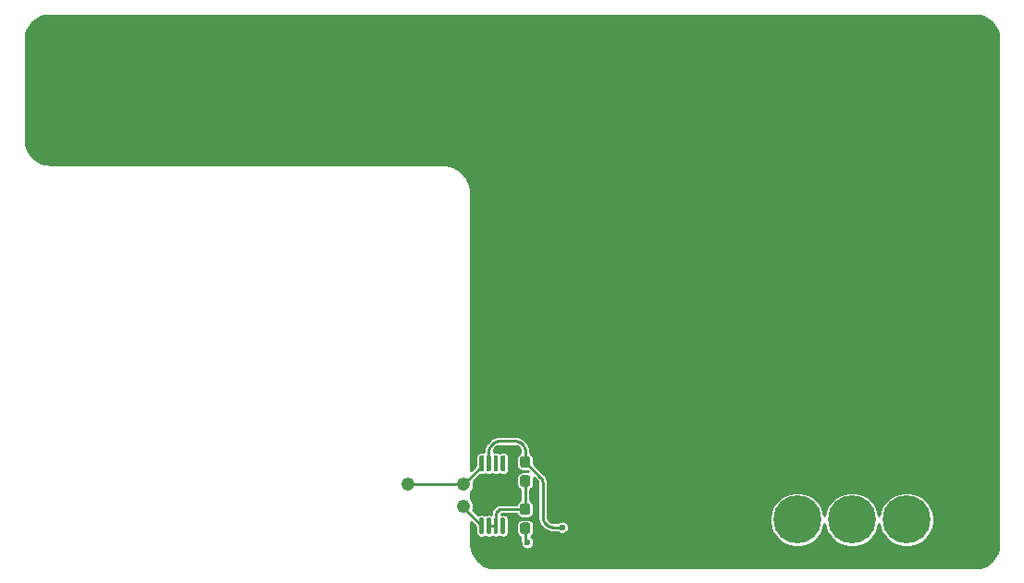
<source format=gbl>
G04 #@! TF.GenerationSoftware,KiCad,Pcbnew,(5.1.6)-1*
G04 #@! TF.CreationDate,2020-11-05T16:36:13+07:00*
G04 #@! TF.ProjectId,business card,62757369-6e65-4737-9320-636172642e6b,rev?*
G04 #@! TF.SameCoordinates,Original*
G04 #@! TF.FileFunction,Copper,L2,Bot*
G04 #@! TF.FilePolarity,Positive*
%FSLAX46Y46*%
G04 Gerber Fmt 4.6, Leading zero omitted, Abs format (unit mm)*
G04 Created by KiCad (PCBNEW (5.1.6)-1) date 2020-11-05 16:36:13*
%MOMM*%
%LPD*%
G01*
G04 APERTURE LIST*
G04 #@! TA.AperFunction,ComponentPad*
%ADD10C,0.700000*%
G04 #@! TD*
G04 #@! TA.AperFunction,ComponentPad*
%ADD11C,4.400000*%
G04 #@! TD*
G04 #@! TA.AperFunction,ViaPad*
%ADD12C,1.209040*%
G04 #@! TD*
G04 #@! TA.AperFunction,ViaPad*
%ADD13C,0.600000*%
G04 #@! TD*
G04 #@! TA.AperFunction,Conductor*
%ADD14C,0.250000*%
G04 #@! TD*
G04 #@! TA.AperFunction,NonConductor*
%ADD15C,0.254000*%
G04 #@! TD*
G04 APERTURE END LIST*
D10*
X143966726Y-101183274D03*
X142800000Y-100700000D03*
X141633274Y-101183274D03*
X141150000Y-102350000D03*
X141633274Y-103516726D03*
X142800000Y-104000000D03*
X143966726Y-103516726D03*
X144450000Y-102350000D03*
D11*
X142800000Y-102350000D03*
X147800000Y-102350000D03*
D10*
X149450000Y-102350000D03*
X148966726Y-103516726D03*
X147800000Y-104000000D03*
X146633274Y-103516726D03*
X146150000Y-102350000D03*
X146633274Y-101183274D03*
X147800000Y-100700000D03*
X148966726Y-101183274D03*
X153966726Y-101183274D03*
X152800000Y-100700000D03*
X151633274Y-101183274D03*
X151150000Y-102350000D03*
X151633274Y-103516726D03*
X152800000Y-104000000D03*
X153966726Y-103516726D03*
X154450000Y-102350000D03*
D11*
X152800000Y-102350000D03*
G04 #@! TA.AperFunction,SMDPad,CuDef*
G36*
G01*
X113825000Y-102175000D02*
X114025000Y-102175000D01*
G75*
G02*
X114125000Y-102275000I0J-100000D01*
G01*
X114125000Y-103550000D01*
G75*
G02*
X114025000Y-103650000I-100000J0D01*
G01*
X113825000Y-103650000D01*
G75*
G02*
X113725000Y-103550000I0J100000D01*
G01*
X113725000Y-102275000D01*
G75*
G02*
X113825000Y-102175000I100000J0D01*
G01*
G37*
G04 #@! TD.AperFunction*
G04 #@! TA.AperFunction,SMDPad,CuDef*
G36*
G01*
X114475000Y-102175000D02*
X114675000Y-102175000D01*
G75*
G02*
X114775000Y-102275000I0J-100000D01*
G01*
X114775000Y-103550000D01*
G75*
G02*
X114675000Y-103650000I-100000J0D01*
G01*
X114475000Y-103650000D01*
G75*
G02*
X114375000Y-103550000I0J100000D01*
G01*
X114375000Y-102275000D01*
G75*
G02*
X114475000Y-102175000I100000J0D01*
G01*
G37*
G04 #@! TD.AperFunction*
G04 #@! TA.AperFunction,SMDPad,CuDef*
G36*
G01*
X115125000Y-102175000D02*
X115325000Y-102175000D01*
G75*
G02*
X115425000Y-102275000I0J-100000D01*
G01*
X115425000Y-103550000D01*
G75*
G02*
X115325000Y-103650000I-100000J0D01*
G01*
X115125000Y-103650000D01*
G75*
G02*
X115025000Y-103550000I0J100000D01*
G01*
X115025000Y-102275000D01*
G75*
G02*
X115125000Y-102175000I100000J0D01*
G01*
G37*
G04 #@! TD.AperFunction*
G04 #@! TA.AperFunction,SMDPad,CuDef*
G36*
G01*
X115775000Y-102175000D02*
X115975000Y-102175000D01*
G75*
G02*
X116075000Y-102275000I0J-100000D01*
G01*
X116075000Y-103550000D01*
G75*
G02*
X115975000Y-103650000I-100000J0D01*
G01*
X115775000Y-103650000D01*
G75*
G02*
X115675000Y-103550000I0J100000D01*
G01*
X115675000Y-102275000D01*
G75*
G02*
X115775000Y-102175000I100000J0D01*
G01*
G37*
G04 #@! TD.AperFunction*
G04 #@! TA.AperFunction,SMDPad,CuDef*
G36*
G01*
X115775000Y-96450000D02*
X115975000Y-96450000D01*
G75*
G02*
X116075000Y-96550000I0J-100000D01*
G01*
X116075000Y-97825000D01*
G75*
G02*
X115975000Y-97925000I-100000J0D01*
G01*
X115775000Y-97925000D01*
G75*
G02*
X115675000Y-97825000I0J100000D01*
G01*
X115675000Y-96550000D01*
G75*
G02*
X115775000Y-96450000I100000J0D01*
G01*
G37*
G04 #@! TD.AperFunction*
G04 #@! TA.AperFunction,SMDPad,CuDef*
G36*
G01*
X115125000Y-96450000D02*
X115325000Y-96450000D01*
G75*
G02*
X115425000Y-96550000I0J-100000D01*
G01*
X115425000Y-97825000D01*
G75*
G02*
X115325000Y-97925000I-100000J0D01*
G01*
X115125000Y-97925000D01*
G75*
G02*
X115025000Y-97825000I0J100000D01*
G01*
X115025000Y-96550000D01*
G75*
G02*
X115125000Y-96450000I100000J0D01*
G01*
G37*
G04 #@! TD.AperFunction*
G04 #@! TA.AperFunction,SMDPad,CuDef*
G36*
G01*
X114475000Y-96450000D02*
X114675000Y-96450000D01*
G75*
G02*
X114775000Y-96550000I0J-100000D01*
G01*
X114775000Y-97825000D01*
G75*
G02*
X114675000Y-97925000I-100000J0D01*
G01*
X114475000Y-97925000D01*
G75*
G02*
X114375000Y-97825000I0J100000D01*
G01*
X114375000Y-96550000D01*
G75*
G02*
X114475000Y-96450000I100000J0D01*
G01*
G37*
G04 #@! TD.AperFunction*
G04 #@! TA.AperFunction,SMDPad,CuDef*
G36*
G01*
X113825000Y-96450000D02*
X114025000Y-96450000D01*
G75*
G02*
X114125000Y-96550000I0J-100000D01*
G01*
X114125000Y-97825000D01*
G75*
G02*
X114025000Y-97925000I-100000J0D01*
G01*
X113825000Y-97925000D01*
G75*
G02*
X113725000Y-97825000I0J100000D01*
G01*
X113725000Y-96550000D01*
G75*
G02*
X113825000Y-96450000I100000J0D01*
G01*
G37*
G04 #@! TD.AperFunction*
G04 #@! TA.AperFunction,SMDPad,CuDef*
G36*
G01*
X117662500Y-102600000D02*
X118137500Y-102600000D01*
G75*
G02*
X118375000Y-102837500I0J-237500D01*
G01*
X118375000Y-103412500D01*
G75*
G02*
X118137500Y-103650000I-237500J0D01*
G01*
X117662500Y-103650000D01*
G75*
G02*
X117425000Y-103412500I0J237500D01*
G01*
X117425000Y-102837500D01*
G75*
G02*
X117662500Y-102600000I237500J0D01*
G01*
G37*
G04 #@! TD.AperFunction*
G04 #@! TA.AperFunction,SMDPad,CuDef*
G36*
G01*
X117662500Y-100850000D02*
X118137500Y-100850000D01*
G75*
G02*
X118375000Y-101087500I0J-237500D01*
G01*
X118375000Y-101662500D01*
G75*
G02*
X118137500Y-101900000I-237500J0D01*
G01*
X117662500Y-101900000D01*
G75*
G02*
X117425000Y-101662500I0J237500D01*
G01*
X117425000Y-101087500D01*
G75*
G02*
X117662500Y-100850000I237500J0D01*
G01*
G37*
G04 #@! TD.AperFunction*
G04 #@! TA.AperFunction,SMDPad,CuDef*
G36*
G01*
X118137500Y-97575000D02*
X117662500Y-97575000D01*
G75*
G02*
X117425000Y-97337500I0J237500D01*
G01*
X117425000Y-96762500D01*
G75*
G02*
X117662500Y-96525000I237500J0D01*
G01*
X118137500Y-96525000D01*
G75*
G02*
X118375000Y-96762500I0J-237500D01*
G01*
X118375000Y-97337500D01*
G75*
G02*
X118137500Y-97575000I-237500J0D01*
G01*
G37*
G04 #@! TD.AperFunction*
G04 #@! TA.AperFunction,SMDPad,CuDef*
G36*
G01*
X118137500Y-99325000D02*
X117662500Y-99325000D01*
G75*
G02*
X117425000Y-99087500I0J237500D01*
G01*
X117425000Y-98512500D01*
G75*
G02*
X117662500Y-98275000I237500J0D01*
G01*
X118137500Y-98275000D01*
G75*
G02*
X118375000Y-98512500I0J-237500D01*
G01*
X118375000Y-99087500D01*
G75*
G02*
X118137500Y-99325000I-237500J0D01*
G01*
G37*
G04 #@! TD.AperFunction*
D12*
X107194580Y-99133120D03*
X112292640Y-99133120D03*
X112292640Y-101132100D03*
D13*
X121300000Y-103050000D03*
X118100000Y-104450000D03*
D14*
X111437720Y-99133120D02*
X107794300Y-99133120D01*
X112292640Y-99133120D02*
X111437720Y-99133120D01*
X115023223Y-95326776D02*
X115044677Y-95306348D01*
X115044677Y-95306348D02*
X115067109Y-95286999D01*
X115067109Y-95286999D02*
X115090463Y-95268773D01*
X115090463Y-95268773D02*
X115114683Y-95251716D01*
X115114683Y-95251716D02*
X115139711Y-95235867D01*
X115139711Y-95235867D02*
X115165486Y-95221266D01*
X115165486Y-95221266D02*
X115191947Y-95207946D01*
X115191947Y-95207946D02*
X115219029Y-95195942D01*
X115219029Y-95195942D02*
X115246668Y-95185280D01*
X115246668Y-95185280D02*
X115274797Y-95175988D01*
X115274797Y-95175988D02*
X115303348Y-95168087D01*
X115303348Y-95168087D02*
X115332252Y-95161596D01*
X115332252Y-95161596D02*
X115361440Y-95156532D01*
X115361440Y-95156532D02*
X115390841Y-95152905D01*
X115390841Y-95152905D02*
X115420385Y-95150726D01*
X115420385Y-95150726D02*
X115450000Y-95150000D01*
X114575000Y-96025000D02*
X114575000Y-97187500D01*
X114575000Y-96025000D02*
X114575726Y-95995385D01*
X114575726Y-95995385D02*
X114577905Y-95965841D01*
X114577905Y-95965841D02*
X114581532Y-95936440D01*
X114581532Y-95936440D02*
X114586596Y-95907252D01*
X114586596Y-95907252D02*
X114593087Y-95878348D01*
X114593087Y-95878348D02*
X114600988Y-95849797D01*
X114600988Y-95849797D02*
X114610280Y-95821668D01*
X114610280Y-95821668D02*
X114620942Y-95794029D01*
X114620942Y-95794029D02*
X114632947Y-95766947D01*
X114632947Y-95766947D02*
X114646266Y-95740486D01*
X114646266Y-95740486D02*
X114660867Y-95714711D01*
X114660867Y-95714711D02*
X114676716Y-95689683D01*
X114676716Y-95689683D02*
X114693774Y-95665463D01*
X114693774Y-95665463D02*
X114711999Y-95642109D01*
X114711999Y-95642109D02*
X114731349Y-95619677D01*
X114731349Y-95619677D02*
X114751776Y-95598223D01*
X114751776Y-95598223D02*
X115023223Y-95326776D01*
X117476776Y-95326776D02*
X117455321Y-95306349D01*
X117455321Y-95306349D02*
X117432889Y-95286999D01*
X117432889Y-95286999D02*
X117409535Y-95268774D01*
X117409535Y-95268774D02*
X117385315Y-95251716D01*
X117385315Y-95251716D02*
X117360287Y-95235867D01*
X117360287Y-95235867D02*
X117334512Y-95221266D01*
X117334512Y-95221266D02*
X117308051Y-95207947D01*
X117308051Y-95207947D02*
X117280969Y-95195942D01*
X117280969Y-95195942D02*
X117253330Y-95185280D01*
X117253330Y-95185280D02*
X117225202Y-95175988D01*
X117225202Y-95175988D02*
X117196651Y-95168087D01*
X117196651Y-95168087D02*
X117167747Y-95161596D01*
X117167747Y-95161596D02*
X117138559Y-95156532D01*
X117138559Y-95156532D02*
X117109158Y-95152905D01*
X117109158Y-95152905D02*
X117079614Y-95150726D01*
X117079614Y-95150726D02*
X117050000Y-95150000D01*
X117050000Y-95150000D02*
X115450000Y-95150000D01*
X117900000Y-96000000D02*
X117900000Y-97050000D01*
X117900000Y-96000000D02*
X117899272Y-95970385D01*
X117899272Y-95970385D02*
X117897093Y-95940841D01*
X117897093Y-95940841D02*
X117893467Y-95911440D01*
X117893467Y-95911440D02*
X117888402Y-95882252D01*
X117888402Y-95882252D02*
X117881912Y-95853348D01*
X117881912Y-95853348D02*
X117874011Y-95824797D01*
X117874011Y-95824797D02*
X117864718Y-95796668D01*
X117864718Y-95796668D02*
X117854057Y-95769029D01*
X117854057Y-95769029D02*
X117842052Y-95741947D01*
X117842052Y-95741947D02*
X117828733Y-95715486D01*
X117828733Y-95715486D02*
X117814131Y-95689711D01*
X117814131Y-95689711D02*
X117798282Y-95664683D01*
X117798282Y-95664683D02*
X117781225Y-95640463D01*
X117781225Y-95640463D02*
X117762999Y-95617109D01*
X117762999Y-95617109D02*
X117743650Y-95594677D01*
X117743650Y-95594677D02*
X117723223Y-95573223D01*
X117723223Y-95573223D02*
X117476776Y-95326776D01*
X119499272Y-98870385D02*
X119500000Y-98900000D01*
X119497093Y-98840841D02*
X119499272Y-98870385D01*
X119488402Y-98782252D02*
X119493467Y-98811440D01*
X119481912Y-98753348D02*
X119488402Y-98782252D01*
X119474010Y-98724797D02*
X119481912Y-98753348D01*
X119362999Y-98517109D02*
X119381224Y-98540463D01*
X119381224Y-98540463D02*
X119398282Y-98564683D01*
X119343649Y-98494678D02*
X119362999Y-98517109D01*
X119323223Y-98473223D02*
X119343649Y-98494678D01*
X119398282Y-98564683D02*
X119414131Y-98589711D01*
X119464718Y-98696668D02*
X119474010Y-98724797D01*
X119414131Y-98589711D02*
X119428732Y-98615486D01*
X119493467Y-98811440D02*
X119497093Y-98840841D01*
X117900000Y-97050000D02*
X119323223Y-98473223D01*
X119428732Y-98615486D02*
X119442052Y-98641947D01*
X119442052Y-98641947D02*
X119454057Y-98669029D01*
X119454057Y-98669029D02*
X119464718Y-98696668D01*
X120500000Y-103050000D02*
X121300000Y-103050000D01*
X120500000Y-103050000D02*
X120401982Y-103045184D01*
X120401982Y-103045184D02*
X120304909Y-103030785D01*
X120304909Y-103030785D02*
X120209715Y-103006940D01*
X120209715Y-103006940D02*
X120117316Y-102973879D01*
X120117316Y-102973879D02*
X120028603Y-102931921D01*
X120028603Y-102931921D02*
X119944429Y-102881469D01*
X119944429Y-102881469D02*
X119865606Y-102823010D01*
X119865606Y-102823010D02*
X119792893Y-102757106D01*
X119792893Y-102757106D02*
X119726989Y-102684393D01*
X119726989Y-102684393D02*
X119668530Y-102605570D01*
X119668530Y-102605570D02*
X119618078Y-102521396D01*
X119618078Y-102521396D02*
X119576120Y-102432683D01*
X119576120Y-102432683D02*
X119543059Y-102340284D01*
X119543059Y-102340284D02*
X119519214Y-102245090D01*
X119519214Y-102245090D02*
X119504815Y-102148017D01*
X119504815Y-102148017D02*
X119500000Y-102050000D01*
X119500000Y-102050000D02*
X119500000Y-98900000D01*
X117900000Y-98800000D02*
X117900000Y-101375000D01*
X114575000Y-102912500D02*
X115225000Y-102912500D01*
X115575000Y-101375000D02*
X117900000Y-101375000D01*
X115225000Y-102912500D02*
X115225000Y-101725000D01*
X115225000Y-101725000D02*
X115575000Y-101375000D01*
X117900000Y-103125000D02*
X117900000Y-104250000D01*
X117900000Y-104250000D02*
X118100000Y-104450000D01*
X112292640Y-101280140D02*
X113925000Y-102912500D01*
X112292640Y-101132100D02*
X112292640Y-101280140D01*
X113925000Y-97500760D02*
X113925000Y-97187500D01*
X112292640Y-99133120D02*
X113925000Y-97500760D01*
D15*
G36*
X159548861Y-56169918D02*
G01*
X159808001Y-56257885D01*
X160086361Y-56395156D01*
X160344427Y-56567591D01*
X160577772Y-56772228D01*
X160782409Y-57005573D01*
X160954844Y-57263639D01*
X161092115Y-57541999D01*
X161190565Y-57832021D01*
X161205987Y-57978748D01*
X161206001Y-57982712D01*
X161206000Y-104915620D01*
X161191263Y-105065925D01*
X161092115Y-105358001D01*
X160954844Y-105636361D01*
X160782409Y-105894427D01*
X160577772Y-106127772D01*
X160344427Y-106332409D01*
X160086361Y-106504844D01*
X159808001Y-106642115D01*
X159516524Y-106741059D01*
X159379252Y-106755487D01*
X159375572Y-106755500D01*
X114754369Y-106755500D01*
X114685891Y-106741879D01*
X114391999Y-106642115D01*
X114113639Y-106504844D01*
X113855573Y-106332409D01*
X113622228Y-106127772D01*
X113417591Y-105894427D01*
X113245156Y-105636361D01*
X113107885Y-105358001D01*
X113008121Y-105064109D01*
X112947571Y-104759701D01*
X112927000Y-104445844D01*
X112927000Y-102553724D01*
X113396418Y-103023142D01*
X113396418Y-103550000D01*
X113404653Y-103633612D01*
X113429042Y-103714011D01*
X113468647Y-103788107D01*
X113521947Y-103853053D01*
X113586893Y-103906353D01*
X113660989Y-103945958D01*
X113741388Y-103970347D01*
X113825000Y-103978582D01*
X114025000Y-103978582D01*
X114108612Y-103970347D01*
X114189011Y-103945958D01*
X114250000Y-103913359D01*
X114310989Y-103945958D01*
X114391388Y-103970347D01*
X114475000Y-103978582D01*
X114675000Y-103978582D01*
X114758612Y-103970347D01*
X114839011Y-103945958D01*
X114900000Y-103913359D01*
X114960989Y-103945958D01*
X115041388Y-103970347D01*
X115125000Y-103978582D01*
X115325000Y-103978582D01*
X115408612Y-103970347D01*
X115489011Y-103945958D01*
X115550000Y-103913359D01*
X115610989Y-103945958D01*
X115691388Y-103970347D01*
X115775000Y-103978582D01*
X115975000Y-103978582D01*
X116058612Y-103970347D01*
X116139011Y-103945958D01*
X116213107Y-103906353D01*
X116278053Y-103853053D01*
X116331353Y-103788107D01*
X116370958Y-103714011D01*
X116395347Y-103633612D01*
X116403582Y-103550000D01*
X116403582Y-102837500D01*
X117096418Y-102837500D01*
X117096418Y-103412500D01*
X117107295Y-103522937D01*
X117139508Y-103629130D01*
X117191820Y-103726998D01*
X117262220Y-103812780D01*
X117348002Y-103883180D01*
X117445870Y-103935492D01*
X117448001Y-103936138D01*
X117448001Y-104227785D01*
X117445813Y-104250000D01*
X117454540Y-104338607D01*
X117473000Y-104399461D01*
X117473000Y-104511754D01*
X117497095Y-104632889D01*
X117544360Y-104746996D01*
X117612977Y-104849689D01*
X117700311Y-104937023D01*
X117803004Y-105005640D01*
X117917111Y-105052905D01*
X118038246Y-105077000D01*
X118161754Y-105077000D01*
X118282889Y-105052905D01*
X118396996Y-105005640D01*
X118499689Y-104937023D01*
X118587023Y-104849689D01*
X118655640Y-104746996D01*
X118702905Y-104632889D01*
X118727000Y-104511754D01*
X118727000Y-104388246D01*
X118702905Y-104267111D01*
X118655640Y-104153004D01*
X118587023Y-104050311D01*
X118499689Y-103962977D01*
X118412145Y-103904482D01*
X118451998Y-103883180D01*
X118537780Y-103812780D01*
X118608180Y-103726998D01*
X118660492Y-103629130D01*
X118692705Y-103522937D01*
X118703582Y-103412500D01*
X118703582Y-102837500D01*
X118692705Y-102727063D01*
X118660492Y-102620870D01*
X118608180Y-102523002D01*
X118537780Y-102437220D01*
X118451998Y-102366820D01*
X118354130Y-102314508D01*
X118247937Y-102282295D01*
X118137500Y-102271418D01*
X117662500Y-102271418D01*
X117552063Y-102282295D01*
X117445870Y-102314508D01*
X117348002Y-102366820D01*
X117262220Y-102437220D01*
X117191820Y-102523002D01*
X117139508Y-102620870D01*
X117107295Y-102727063D01*
X117096418Y-102837500D01*
X116403582Y-102837500D01*
X116403582Y-102275000D01*
X116395347Y-102191388D01*
X116370958Y-102110989D01*
X116331353Y-102036893D01*
X116278053Y-101971947D01*
X116213107Y-101918647D01*
X116139011Y-101879042D01*
X116058612Y-101854653D01*
X115975000Y-101846418D01*
X115775000Y-101846418D01*
X115739288Y-101849935D01*
X115762224Y-101827000D01*
X117123695Y-101827000D01*
X117139508Y-101879130D01*
X117191820Y-101976998D01*
X117262220Y-102062780D01*
X117348002Y-102133180D01*
X117445870Y-102185492D01*
X117552063Y-102217705D01*
X117662500Y-102228582D01*
X118137500Y-102228582D01*
X118247937Y-102217705D01*
X118354130Y-102185492D01*
X118451998Y-102133180D01*
X118537780Y-102062780D01*
X118608180Y-101976998D01*
X118660492Y-101879130D01*
X118692705Y-101772937D01*
X118703582Y-101662500D01*
X118703582Y-101087500D01*
X118692705Y-100977063D01*
X118660492Y-100870870D01*
X118608180Y-100773002D01*
X118537780Y-100687220D01*
X118451998Y-100616820D01*
X118354130Y-100564508D01*
X118352000Y-100563862D01*
X118352000Y-99611138D01*
X118354130Y-99610492D01*
X118451998Y-99558180D01*
X118537780Y-99487780D01*
X118608180Y-99401998D01*
X118660492Y-99304130D01*
X118692705Y-99197937D01*
X118703582Y-99087500D01*
X118703582Y-98512500D01*
X118701430Y-98490655D01*
X118999706Y-98788931D01*
X119008643Y-98798318D01*
X119013488Y-98803935D01*
X119018071Y-98809808D01*
X119022344Y-98815875D01*
X119026319Y-98822151D01*
X119029986Y-98828625D01*
X119033330Y-98835267D01*
X119036336Y-98842050D01*
X119039009Y-98848979D01*
X119041344Y-98856045D01*
X119043326Y-98863208D01*
X119044957Y-98870470D01*
X119046223Y-98877768D01*
X119047135Y-98885161D01*
X119047681Y-98892572D01*
X119048001Y-98905572D01*
X119048000Y-102038910D01*
X119047455Y-102050000D01*
X119048000Y-102061094D01*
X119048000Y-102072204D01*
X119049089Y-102083259D01*
X119052963Y-102162125D01*
X119054449Y-102192372D01*
X119074785Y-102329470D01*
X119075365Y-102333378D01*
X119110001Y-102471651D01*
X119132479Y-102534474D01*
X119132481Y-102534477D01*
X119135545Y-102543040D01*
X119135545Y-102543041D01*
X119158023Y-102605864D01*
X119177938Y-102647970D01*
X119186456Y-102665980D01*
X119218969Y-102734723D01*
X119231060Y-102754895D01*
X119257950Y-102799758D01*
X119257950Y-102799759D01*
X119280514Y-102837404D01*
X119292253Y-102856990D01*
X119326936Y-102903754D01*
X119337421Y-102917892D01*
X119337422Y-102917894D01*
X119377169Y-102971486D01*
X119451115Y-103053072D01*
X119472894Y-103077102D01*
X119578512Y-103172830D01*
X119632105Y-103212577D01*
X119632107Y-103212578D01*
X119639415Y-103217998D01*
X119639416Y-103217999D01*
X119675064Y-103244437D01*
X119693009Y-103257746D01*
X119750239Y-103292049D01*
X119750243Y-103292050D01*
X119758041Y-103296725D01*
X119758045Y-103296728D01*
X119815276Y-103331030D01*
X119883818Y-103363448D01*
X119944135Y-103391976D01*
X120015524Y-103417519D01*
X120015525Y-103417520D01*
X120077155Y-103439571D01*
X120078348Y-103439998D01*
X120143071Y-103456211D01*
X120143073Y-103456211D01*
X120216620Y-103474634D01*
X120216622Y-103474634D01*
X120216625Y-103474635D01*
X120357626Y-103495550D01*
X120390298Y-103497155D01*
X120466733Y-103500911D01*
X120477795Y-103502000D01*
X120488905Y-103502000D01*
X120499996Y-103502545D01*
X120511090Y-103502000D01*
X120865288Y-103502000D01*
X120900311Y-103537023D01*
X121003004Y-103605640D01*
X121117111Y-103652905D01*
X121238246Y-103677000D01*
X121361754Y-103677000D01*
X121482889Y-103652905D01*
X121596996Y-103605640D01*
X121699689Y-103537023D01*
X121787023Y-103449689D01*
X121855640Y-103346996D01*
X121902905Y-103232889D01*
X121927000Y-103111754D01*
X121927000Y-102988246D01*
X121902905Y-102867111D01*
X121855640Y-102753004D01*
X121787023Y-102650311D01*
X121699689Y-102562977D01*
X121596996Y-102494360D01*
X121482889Y-102447095D01*
X121361754Y-102423000D01*
X121238246Y-102423000D01*
X121117111Y-102447095D01*
X121003004Y-102494360D01*
X120900311Y-102562977D01*
X120865288Y-102598000D01*
X120511085Y-102598000D01*
X120446341Y-102594819D01*
X120393192Y-102586935D01*
X120341076Y-102573880D01*
X120290499Y-102555783D01*
X120241927Y-102532810D01*
X120195850Y-102505193D01*
X120152701Y-102473192D01*
X120112894Y-102437112D01*
X120076806Y-102397296D01*
X120044806Y-102354149D01*
X120017189Y-102308072D01*
X119994217Y-102259502D01*
X119976118Y-102208918D01*
X119963064Y-102156807D01*
X119955181Y-102103662D01*
X119955056Y-102101112D01*
X140273000Y-102101112D01*
X140273000Y-102598888D01*
X140370111Y-103087099D01*
X140560602Y-103546983D01*
X140837151Y-103960869D01*
X141189131Y-104312849D01*
X141603017Y-104589398D01*
X142062901Y-104779889D01*
X142551112Y-104877000D01*
X143048888Y-104877000D01*
X143537099Y-104779889D01*
X143996983Y-104589398D01*
X144410869Y-104312849D01*
X144762849Y-103960869D01*
X145039398Y-103546983D01*
X145229889Y-103087099D01*
X145300000Y-102734626D01*
X145370111Y-103087099D01*
X145560602Y-103546983D01*
X145837151Y-103960869D01*
X146189131Y-104312849D01*
X146603017Y-104589398D01*
X147062901Y-104779889D01*
X147551112Y-104877000D01*
X148048888Y-104877000D01*
X148537099Y-104779889D01*
X148996983Y-104589398D01*
X149410869Y-104312849D01*
X149762849Y-103960869D01*
X150039398Y-103546983D01*
X150229889Y-103087099D01*
X150300000Y-102734626D01*
X150370111Y-103087099D01*
X150560602Y-103546983D01*
X150837151Y-103960869D01*
X151189131Y-104312849D01*
X151603017Y-104589398D01*
X152062901Y-104779889D01*
X152551112Y-104877000D01*
X153048888Y-104877000D01*
X153537099Y-104779889D01*
X153996983Y-104589398D01*
X154410869Y-104312849D01*
X154762849Y-103960869D01*
X155039398Y-103546983D01*
X155229889Y-103087099D01*
X155327000Y-102598888D01*
X155327000Y-102101112D01*
X155229889Y-101612901D01*
X155039398Y-101153017D01*
X154762849Y-100739131D01*
X154410869Y-100387151D01*
X153996983Y-100110602D01*
X153537099Y-99920111D01*
X153048888Y-99823000D01*
X152551112Y-99823000D01*
X152062901Y-99920111D01*
X151603017Y-100110602D01*
X151189131Y-100387151D01*
X150837151Y-100739131D01*
X150560602Y-101153017D01*
X150370111Y-101612901D01*
X150300000Y-101965374D01*
X150229889Y-101612901D01*
X150039398Y-101153017D01*
X149762849Y-100739131D01*
X149410869Y-100387151D01*
X148996983Y-100110602D01*
X148537099Y-99920111D01*
X148048888Y-99823000D01*
X147551112Y-99823000D01*
X147062901Y-99920111D01*
X146603017Y-100110602D01*
X146189131Y-100387151D01*
X145837151Y-100739131D01*
X145560602Y-101153017D01*
X145370111Y-101612901D01*
X145300000Y-101965374D01*
X145229889Y-101612901D01*
X145039398Y-101153017D01*
X144762849Y-100739131D01*
X144410869Y-100387151D01*
X143996983Y-100110602D01*
X143537099Y-99920111D01*
X143048888Y-99823000D01*
X142551112Y-99823000D01*
X142062901Y-99920111D01*
X141603017Y-100110602D01*
X141189131Y-100387151D01*
X140837151Y-100739131D01*
X140560602Y-101153017D01*
X140370111Y-101612901D01*
X140273000Y-102101112D01*
X119955056Y-102101112D01*
X119952000Y-102038907D01*
X119952000Y-98916636D01*
X119952409Y-98911090D01*
X119952000Y-98894458D01*
X119952000Y-98877795D01*
X119951454Y-98872250D01*
X119951408Y-98870371D01*
X119951680Y-98859282D01*
X119950862Y-98848195D01*
X119950589Y-98837079D01*
X119949231Y-98826068D01*
X119948685Y-98818668D01*
X119948412Y-98807554D01*
X119947052Y-98796525D01*
X119946235Y-98785450D01*
X119944336Y-98774508D01*
X119943424Y-98767110D01*
X119942607Y-98756038D01*
X119940711Y-98745111D01*
X119939350Y-98734077D01*
X119936912Y-98723222D01*
X119935647Y-98715930D01*
X119934286Y-98704893D01*
X119931847Y-98694029D01*
X119929949Y-98683094D01*
X119926991Y-98672406D01*
X119925360Y-98665141D01*
X119923458Y-98654182D01*
X119920496Y-98643480D01*
X119918066Y-98632658D01*
X119914580Y-98622105D01*
X119912595Y-98614933D01*
X119910164Y-98604106D01*
X119906677Y-98593550D01*
X119903710Y-98582830D01*
X119899714Y-98572472D01*
X119897386Y-98565426D01*
X119894424Y-98554720D01*
X119890426Y-98544356D01*
X119886942Y-98533808D01*
X119882440Y-98523652D01*
X119879763Y-98516712D01*
X119876276Y-98506156D01*
X119871777Y-98496006D01*
X119867781Y-98485647D01*
X119862784Y-98475720D01*
X119859767Y-98468913D01*
X119855769Y-98458549D01*
X119850776Y-98448629D01*
X119846274Y-98438474D01*
X119840797Y-98428807D01*
X119837457Y-98422170D01*
X119832958Y-98412021D01*
X119827479Y-98402349D01*
X119822481Y-98392420D01*
X119816543Y-98383043D01*
X119812880Y-98376577D01*
X119807883Y-98366650D01*
X119801943Y-98357270D01*
X119796468Y-98347605D01*
X119790065Y-98338514D01*
X119786088Y-98332233D01*
X119780613Y-98322569D01*
X119774216Y-98313486D01*
X119768274Y-98304103D01*
X119761441Y-98295347D01*
X119757162Y-98289272D01*
X119751222Y-98279891D01*
X119744383Y-98271128D01*
X119737983Y-98262040D01*
X119730732Y-98253634D01*
X119726153Y-98247766D01*
X119719754Y-98238681D01*
X119712509Y-98230282D01*
X119705675Y-98221525D01*
X119698003Y-98213467D01*
X119693152Y-98207843D01*
X119686325Y-98199095D01*
X119678661Y-98191045D01*
X119671396Y-98182623D01*
X119663355Y-98174968D01*
X119662074Y-98173622D01*
X119658536Y-98169311D01*
X119646730Y-98157505D01*
X119635278Y-98145476D01*
X119631077Y-98141852D01*
X118703582Y-97214358D01*
X118703582Y-96762500D01*
X118692705Y-96652063D01*
X118660492Y-96545870D01*
X118608180Y-96448002D01*
X118537780Y-96362220D01*
X118451998Y-96291820D01*
X118354130Y-96239508D01*
X118352000Y-96238862D01*
X118352000Y-96016636D01*
X118352409Y-96011090D01*
X118352000Y-95994458D01*
X118352000Y-95977795D01*
X118351454Y-95972250D01*
X118351408Y-95970371D01*
X118351680Y-95959282D01*
X118350862Y-95948195D01*
X118350589Y-95937079D01*
X118349231Y-95926068D01*
X118348685Y-95918668D01*
X118348412Y-95907554D01*
X118347052Y-95896525D01*
X118346235Y-95885450D01*
X118344336Y-95874508D01*
X118343424Y-95867110D01*
X118342607Y-95856038D01*
X118340711Y-95845111D01*
X118339350Y-95834077D01*
X118336912Y-95823222D01*
X118335647Y-95815930D01*
X118334286Y-95804893D01*
X118331847Y-95794029D01*
X118329949Y-95783094D01*
X118326991Y-95772406D01*
X118325360Y-95765142D01*
X118323461Y-95754197D01*
X118320499Y-95743493D01*
X118318066Y-95732658D01*
X118314582Y-95722111D01*
X118312596Y-95714934D01*
X118310161Y-95704091D01*
X118306679Y-95693550D01*
X118303716Y-95682844D01*
X118299716Y-95672474D01*
X118297383Y-95665413D01*
X118294424Y-95654720D01*
X118290426Y-95644356D01*
X118286937Y-95633794D01*
X118282435Y-95623638D01*
X118279763Y-95616712D01*
X118276276Y-95606156D01*
X118271777Y-95596006D01*
X118267781Y-95585647D01*
X118262784Y-95575720D01*
X118259766Y-95568910D01*
X118255774Y-95558562D01*
X118250783Y-95548646D01*
X118246274Y-95538474D01*
X118240798Y-95528807D01*
X118237459Y-95522175D01*
X118232953Y-95512009D01*
X118227482Y-95502352D01*
X118222489Y-95492432D01*
X118216538Y-95483034D01*
X118212881Y-95476580D01*
X118207883Y-95466650D01*
X118201931Y-95457252D01*
X118196460Y-95447594D01*
X118190069Y-95438519D01*
X118186095Y-95432244D01*
X118180620Y-95422579D01*
X118174214Y-95413483D01*
X118168274Y-95404103D01*
X118161450Y-95395358D01*
X118157165Y-95389275D01*
X118151216Y-95379880D01*
X118144381Y-95371122D01*
X118137992Y-95362050D01*
X118130736Y-95353638D01*
X118126160Y-95347775D01*
X118119768Y-95338698D01*
X118112505Y-95330278D01*
X118105667Y-95321516D01*
X118098010Y-95313474D01*
X118093148Y-95307837D01*
X118086312Y-95299078D01*
X118078664Y-95291046D01*
X118071412Y-95282638D01*
X118063355Y-95274967D01*
X118062053Y-95273599D01*
X118058536Y-95269313D01*
X118046757Y-95257534D01*
X118035262Y-95245461D01*
X118031056Y-95241833D01*
X117808166Y-95018943D01*
X117804531Y-95014729D01*
X117792451Y-95003228D01*
X117780686Y-94991463D01*
X117776394Y-94987940D01*
X117775034Y-94986645D01*
X117767369Y-94978595D01*
X117758951Y-94971334D01*
X117750912Y-94963680D01*
X117742158Y-94956848D01*
X117736528Y-94951991D01*
X117728473Y-94944323D01*
X117719708Y-94937483D01*
X117711309Y-94930238D01*
X117702235Y-94923847D01*
X117696359Y-94919261D01*
X117687958Y-94912015D01*
X117678879Y-94905621D01*
X117670108Y-94898776D01*
X117660717Y-94892829D01*
X117654651Y-94888557D01*
X117645895Y-94881724D01*
X117636512Y-94875782D01*
X117627429Y-94869385D01*
X117617765Y-94863910D01*
X117611476Y-94859927D01*
X117602392Y-94853530D01*
X117592735Y-94848059D01*
X117583348Y-94842115D01*
X117573416Y-94837116D01*
X117566956Y-94833456D01*
X117557566Y-94827510D01*
X117547641Y-94822514D01*
X117537977Y-94817040D01*
X117527817Y-94812537D01*
X117521185Y-94809199D01*
X117511525Y-94803726D01*
X117501360Y-94799220D01*
X117491436Y-94794225D01*
X117481083Y-94790231D01*
X117474285Y-94787218D01*
X117464364Y-94782224D01*
X117454000Y-94778226D01*
X117443842Y-94773723D01*
X117433296Y-94770239D01*
X117426355Y-94767561D01*
X117416195Y-94763058D01*
X117405657Y-94759577D01*
X117395291Y-94755578D01*
X117384569Y-94752611D01*
X117377527Y-94750284D01*
X117367154Y-94746283D01*
X117356434Y-94743317D01*
X117345898Y-94739836D01*
X117335070Y-94737405D01*
X117327893Y-94735418D01*
X117317355Y-94731937D01*
X117306516Y-94729503D01*
X117295802Y-94726538D01*
X117284860Y-94724639D01*
X117277611Y-94723011D01*
X117266891Y-94720045D01*
X117255949Y-94718147D01*
X117245121Y-94715715D01*
X117234086Y-94714354D01*
X117226762Y-94713083D01*
X117215937Y-94710652D01*
X117204899Y-94709290D01*
X117193946Y-94707390D01*
X117182885Y-94706574D01*
X117175501Y-94705663D01*
X117164549Y-94703763D01*
X117153483Y-94702947D01*
X117142460Y-94701587D01*
X117131336Y-94701314D01*
X117123932Y-94700768D01*
X117112890Y-94699406D01*
X117101774Y-94699134D01*
X117090715Y-94698318D01*
X117079618Y-94698591D01*
X117077731Y-94698544D01*
X117072205Y-94698000D01*
X117055526Y-94698000D01*
X117038880Y-94697592D01*
X117033352Y-94698000D01*
X115466649Y-94698000D01*
X115461121Y-94697592D01*
X115444475Y-94698000D01*
X115427795Y-94698000D01*
X115422269Y-94698544D01*
X115420381Y-94698591D01*
X115409282Y-94698318D01*
X115398222Y-94699134D01*
X115387110Y-94699406D01*
X115376071Y-94700767D01*
X115368662Y-94701314D01*
X115357539Y-94701587D01*
X115346517Y-94702947D01*
X115335450Y-94703763D01*
X115324498Y-94705663D01*
X115317114Y-94706574D01*
X115306053Y-94707390D01*
X115295100Y-94709290D01*
X115284062Y-94710652D01*
X115273237Y-94713083D01*
X115265912Y-94714354D01*
X115254879Y-94715715D01*
X115244054Y-94718146D01*
X115233108Y-94720045D01*
X115222386Y-94723012D01*
X115215141Y-94724639D01*
X115204197Y-94726538D01*
X115193482Y-94729503D01*
X115182644Y-94731937D01*
X115172106Y-94735418D01*
X115164939Y-94737401D01*
X115154106Y-94739834D01*
X115143562Y-94743317D01*
X115132844Y-94746283D01*
X115122475Y-94750283D01*
X115115422Y-94752613D01*
X115104707Y-94755578D01*
X115094346Y-94759575D01*
X115083808Y-94763056D01*
X115073646Y-94767560D01*
X115066713Y-94770235D01*
X115056168Y-94773718D01*
X115045997Y-94778226D01*
X115035634Y-94782224D01*
X115025725Y-94787212D01*
X115018917Y-94790230D01*
X115008549Y-94794229D01*
X114998636Y-94799219D01*
X114988486Y-94803718D01*
X114978812Y-94809198D01*
X114972170Y-94812541D01*
X114962021Y-94817040D01*
X114952349Y-94822519D01*
X114942420Y-94827517D01*
X114933043Y-94833455D01*
X114926577Y-94837118D01*
X114916650Y-94842115D01*
X114907270Y-94848055D01*
X114897605Y-94853530D01*
X114888514Y-94859933D01*
X114882244Y-94863903D01*
X114872579Y-94869378D01*
X114863483Y-94875784D01*
X114854103Y-94881724D01*
X114845358Y-94888548D01*
X114839275Y-94892833D01*
X114829880Y-94898782D01*
X114821122Y-94905617D01*
X114812050Y-94912006D01*
X114803638Y-94919262D01*
X114797775Y-94923838D01*
X114788698Y-94930230D01*
X114780278Y-94937493D01*
X114771516Y-94944331D01*
X114763477Y-94951985D01*
X114757831Y-94956855D01*
X114749070Y-94963693D01*
X114741042Y-94971337D01*
X114732638Y-94978586D01*
X114724964Y-94986646D01*
X114723599Y-94987945D01*
X114719313Y-94991463D01*
X114707535Y-95003241D01*
X114695453Y-95014745D01*
X114691827Y-95018949D01*
X114443942Y-95266834D01*
X114439737Y-95270461D01*
X114428238Y-95282538D01*
X114416463Y-95294313D01*
X114412945Y-95298600D01*
X114411647Y-95299963D01*
X114403595Y-95307629D01*
X114396344Y-95316035D01*
X114388686Y-95324078D01*
X114381845Y-95332844D01*
X114376991Y-95338470D01*
X114369323Y-95346525D01*
X114362483Y-95355290D01*
X114355238Y-95363689D01*
X114348847Y-95372763D01*
X114344261Y-95378639D01*
X114337015Y-95387040D01*
X114330621Y-95396119D01*
X114323776Y-95404890D01*
X114317829Y-95414281D01*
X114313557Y-95420347D01*
X114306724Y-95429103D01*
X114300782Y-95438486D01*
X114294385Y-95447569D01*
X114288910Y-95457233D01*
X114284927Y-95463522D01*
X114278530Y-95472606D01*
X114273059Y-95482263D01*
X114267115Y-95491650D01*
X114262116Y-95501582D01*
X114258456Y-95508042D01*
X114252510Y-95517432D01*
X114247514Y-95527357D01*
X114242040Y-95537021D01*
X114237537Y-95547181D01*
X114234199Y-95553813D01*
X114228726Y-95563473D01*
X114224220Y-95573638D01*
X114219225Y-95583562D01*
X114215231Y-95593915D01*
X114212218Y-95600713D01*
X114207224Y-95610634D01*
X114203226Y-95620998D01*
X114198723Y-95631156D01*
X114195239Y-95641702D01*
X114192560Y-95648646D01*
X114188056Y-95658808D01*
X114184575Y-95669346D01*
X114180578Y-95679707D01*
X114177612Y-95690425D01*
X114175281Y-95697481D01*
X114171283Y-95707845D01*
X114168319Y-95718557D01*
X114164834Y-95729106D01*
X114162401Y-95739942D01*
X114160418Y-95747106D01*
X114156937Y-95757644D01*
X114154503Y-95768483D01*
X114151538Y-95779197D01*
X114149639Y-95790139D01*
X114148011Y-95797388D01*
X114145045Y-95808108D01*
X114143147Y-95819050D01*
X114140715Y-95829878D01*
X114139354Y-95840913D01*
X114138083Y-95848237D01*
X114135652Y-95859062D01*
X114134290Y-95870100D01*
X114132390Y-95881053D01*
X114131574Y-95892114D01*
X114130663Y-95899498D01*
X114128763Y-95910450D01*
X114127947Y-95921516D01*
X114126587Y-95932539D01*
X114126314Y-95943663D01*
X114125767Y-95951069D01*
X114124406Y-95962110D01*
X114124134Y-95973225D01*
X114123318Y-95984284D01*
X114123591Y-95995381D01*
X114123544Y-95997270D01*
X114123000Y-96002796D01*
X114123000Y-96019474D01*
X114122592Y-96036121D01*
X114123000Y-96041650D01*
X114123000Y-96134018D01*
X114108612Y-96129653D01*
X114025000Y-96121418D01*
X113825000Y-96121418D01*
X113741388Y-96129653D01*
X113660989Y-96154042D01*
X113586893Y-96193647D01*
X113521947Y-96246947D01*
X113468647Y-96311893D01*
X113429042Y-96385989D01*
X113404653Y-96466388D01*
X113396418Y-96550000D01*
X113396418Y-97390118D01*
X112927000Y-97859537D01*
X112927000Y-72400000D01*
X112926728Y-72391694D01*
X112905340Y-72065379D01*
X112903172Y-72048909D01*
X112839375Y-71728176D01*
X112835075Y-71712129D01*
X112729959Y-71402468D01*
X112723602Y-71387120D01*
X112578967Y-71093829D01*
X112570661Y-71079442D01*
X112388980Y-70807538D01*
X112378867Y-70794359D01*
X112163251Y-70548496D01*
X112151504Y-70536749D01*
X111905641Y-70321133D01*
X111892462Y-70311020D01*
X111620558Y-70129339D01*
X111606171Y-70121033D01*
X111312880Y-69976398D01*
X111297532Y-69970041D01*
X110987871Y-69864925D01*
X110971824Y-69860625D01*
X110651091Y-69796828D01*
X110634621Y-69794660D01*
X110308306Y-69773272D01*
X110300000Y-69773000D01*
X74504156Y-69773000D01*
X74190299Y-69752429D01*
X73885891Y-69691879D01*
X73591999Y-69592115D01*
X73313639Y-69454844D01*
X73055573Y-69282409D01*
X72822228Y-69077772D01*
X72617591Y-68844427D01*
X72445156Y-68586361D01*
X72307885Y-68308001D01*
X72208121Y-68014109D01*
X72202000Y-67983336D01*
X72202000Y-57991880D01*
X72221021Y-57797890D01*
X72307885Y-57541999D01*
X72445156Y-57263639D01*
X72617591Y-57005573D01*
X72822228Y-56772228D01*
X73055573Y-56567591D01*
X73313639Y-56395156D01*
X73591999Y-56257885D01*
X73847885Y-56171022D01*
X74028748Y-56152013D01*
X74032428Y-56152000D01*
X159366120Y-56152000D01*
X159548861Y-56169918D01*
G37*
X159548861Y-56169918D02*
X159808001Y-56257885D01*
X160086361Y-56395156D01*
X160344427Y-56567591D01*
X160577772Y-56772228D01*
X160782409Y-57005573D01*
X160954844Y-57263639D01*
X161092115Y-57541999D01*
X161190565Y-57832021D01*
X161205987Y-57978748D01*
X161206001Y-57982712D01*
X161206000Y-104915620D01*
X161191263Y-105065925D01*
X161092115Y-105358001D01*
X160954844Y-105636361D01*
X160782409Y-105894427D01*
X160577772Y-106127772D01*
X160344427Y-106332409D01*
X160086361Y-106504844D01*
X159808001Y-106642115D01*
X159516524Y-106741059D01*
X159379252Y-106755487D01*
X159375572Y-106755500D01*
X114754369Y-106755500D01*
X114685891Y-106741879D01*
X114391999Y-106642115D01*
X114113639Y-106504844D01*
X113855573Y-106332409D01*
X113622228Y-106127772D01*
X113417591Y-105894427D01*
X113245156Y-105636361D01*
X113107885Y-105358001D01*
X113008121Y-105064109D01*
X112947571Y-104759701D01*
X112927000Y-104445844D01*
X112927000Y-102553724D01*
X113396418Y-103023142D01*
X113396418Y-103550000D01*
X113404653Y-103633612D01*
X113429042Y-103714011D01*
X113468647Y-103788107D01*
X113521947Y-103853053D01*
X113586893Y-103906353D01*
X113660989Y-103945958D01*
X113741388Y-103970347D01*
X113825000Y-103978582D01*
X114025000Y-103978582D01*
X114108612Y-103970347D01*
X114189011Y-103945958D01*
X114250000Y-103913359D01*
X114310989Y-103945958D01*
X114391388Y-103970347D01*
X114475000Y-103978582D01*
X114675000Y-103978582D01*
X114758612Y-103970347D01*
X114839011Y-103945958D01*
X114900000Y-103913359D01*
X114960989Y-103945958D01*
X115041388Y-103970347D01*
X115125000Y-103978582D01*
X115325000Y-103978582D01*
X115408612Y-103970347D01*
X115489011Y-103945958D01*
X115550000Y-103913359D01*
X115610989Y-103945958D01*
X115691388Y-103970347D01*
X115775000Y-103978582D01*
X115975000Y-103978582D01*
X116058612Y-103970347D01*
X116139011Y-103945958D01*
X116213107Y-103906353D01*
X116278053Y-103853053D01*
X116331353Y-103788107D01*
X116370958Y-103714011D01*
X116395347Y-103633612D01*
X116403582Y-103550000D01*
X116403582Y-102837500D01*
X117096418Y-102837500D01*
X117096418Y-103412500D01*
X117107295Y-103522937D01*
X117139508Y-103629130D01*
X117191820Y-103726998D01*
X117262220Y-103812780D01*
X117348002Y-103883180D01*
X117445870Y-103935492D01*
X117448001Y-103936138D01*
X117448001Y-104227785D01*
X117445813Y-104250000D01*
X117454540Y-104338607D01*
X117473000Y-104399461D01*
X117473000Y-104511754D01*
X117497095Y-104632889D01*
X117544360Y-104746996D01*
X117612977Y-104849689D01*
X117700311Y-104937023D01*
X117803004Y-105005640D01*
X117917111Y-105052905D01*
X118038246Y-105077000D01*
X118161754Y-105077000D01*
X118282889Y-105052905D01*
X118396996Y-105005640D01*
X118499689Y-104937023D01*
X118587023Y-104849689D01*
X118655640Y-104746996D01*
X118702905Y-104632889D01*
X118727000Y-104511754D01*
X118727000Y-104388246D01*
X118702905Y-104267111D01*
X118655640Y-104153004D01*
X118587023Y-104050311D01*
X118499689Y-103962977D01*
X118412145Y-103904482D01*
X118451998Y-103883180D01*
X118537780Y-103812780D01*
X118608180Y-103726998D01*
X118660492Y-103629130D01*
X118692705Y-103522937D01*
X118703582Y-103412500D01*
X118703582Y-102837500D01*
X118692705Y-102727063D01*
X118660492Y-102620870D01*
X118608180Y-102523002D01*
X118537780Y-102437220D01*
X118451998Y-102366820D01*
X118354130Y-102314508D01*
X118247937Y-102282295D01*
X118137500Y-102271418D01*
X117662500Y-102271418D01*
X117552063Y-102282295D01*
X117445870Y-102314508D01*
X117348002Y-102366820D01*
X117262220Y-102437220D01*
X117191820Y-102523002D01*
X117139508Y-102620870D01*
X117107295Y-102727063D01*
X117096418Y-102837500D01*
X116403582Y-102837500D01*
X116403582Y-102275000D01*
X116395347Y-102191388D01*
X116370958Y-102110989D01*
X116331353Y-102036893D01*
X116278053Y-101971947D01*
X116213107Y-101918647D01*
X116139011Y-101879042D01*
X116058612Y-101854653D01*
X115975000Y-101846418D01*
X115775000Y-101846418D01*
X115739288Y-101849935D01*
X115762224Y-101827000D01*
X117123695Y-101827000D01*
X117139508Y-101879130D01*
X117191820Y-101976998D01*
X117262220Y-102062780D01*
X117348002Y-102133180D01*
X117445870Y-102185492D01*
X117552063Y-102217705D01*
X117662500Y-102228582D01*
X118137500Y-102228582D01*
X118247937Y-102217705D01*
X118354130Y-102185492D01*
X118451998Y-102133180D01*
X118537780Y-102062780D01*
X118608180Y-101976998D01*
X118660492Y-101879130D01*
X118692705Y-101772937D01*
X118703582Y-101662500D01*
X118703582Y-101087500D01*
X118692705Y-100977063D01*
X118660492Y-100870870D01*
X118608180Y-100773002D01*
X118537780Y-100687220D01*
X118451998Y-100616820D01*
X118354130Y-100564508D01*
X118352000Y-100563862D01*
X118352000Y-99611138D01*
X118354130Y-99610492D01*
X118451998Y-99558180D01*
X118537780Y-99487780D01*
X118608180Y-99401998D01*
X118660492Y-99304130D01*
X118692705Y-99197937D01*
X118703582Y-99087500D01*
X118703582Y-98512500D01*
X118701430Y-98490655D01*
X118999706Y-98788931D01*
X119008643Y-98798318D01*
X119013488Y-98803935D01*
X119018071Y-98809808D01*
X119022344Y-98815875D01*
X119026319Y-98822151D01*
X119029986Y-98828625D01*
X119033330Y-98835267D01*
X119036336Y-98842050D01*
X119039009Y-98848979D01*
X119041344Y-98856045D01*
X119043326Y-98863208D01*
X119044957Y-98870470D01*
X119046223Y-98877768D01*
X119047135Y-98885161D01*
X119047681Y-98892572D01*
X119048001Y-98905572D01*
X119048000Y-102038910D01*
X119047455Y-102050000D01*
X119048000Y-102061094D01*
X119048000Y-102072204D01*
X119049089Y-102083259D01*
X119052963Y-102162125D01*
X119054449Y-102192372D01*
X119074785Y-102329470D01*
X119075365Y-102333378D01*
X119110001Y-102471651D01*
X119132479Y-102534474D01*
X119132481Y-102534477D01*
X119135545Y-102543040D01*
X119135545Y-102543041D01*
X119158023Y-102605864D01*
X119177938Y-102647970D01*
X119186456Y-102665980D01*
X119218969Y-102734723D01*
X119231060Y-102754895D01*
X119257950Y-102799758D01*
X119257950Y-102799759D01*
X119280514Y-102837404D01*
X119292253Y-102856990D01*
X119326936Y-102903754D01*
X119337421Y-102917892D01*
X119337422Y-102917894D01*
X119377169Y-102971486D01*
X119451115Y-103053072D01*
X119472894Y-103077102D01*
X119578512Y-103172830D01*
X119632105Y-103212577D01*
X119632107Y-103212578D01*
X119639415Y-103217998D01*
X119639416Y-103217999D01*
X119675064Y-103244437D01*
X119693009Y-103257746D01*
X119750239Y-103292049D01*
X119750243Y-103292050D01*
X119758041Y-103296725D01*
X119758045Y-103296728D01*
X119815276Y-103331030D01*
X119883818Y-103363448D01*
X119944135Y-103391976D01*
X120015524Y-103417519D01*
X120015525Y-103417520D01*
X120077155Y-103439571D01*
X120078348Y-103439998D01*
X120143071Y-103456211D01*
X120143073Y-103456211D01*
X120216620Y-103474634D01*
X120216622Y-103474634D01*
X120216625Y-103474635D01*
X120357626Y-103495550D01*
X120390298Y-103497155D01*
X120466733Y-103500911D01*
X120477795Y-103502000D01*
X120488905Y-103502000D01*
X120499996Y-103502545D01*
X120511090Y-103502000D01*
X120865288Y-103502000D01*
X120900311Y-103537023D01*
X121003004Y-103605640D01*
X121117111Y-103652905D01*
X121238246Y-103677000D01*
X121361754Y-103677000D01*
X121482889Y-103652905D01*
X121596996Y-103605640D01*
X121699689Y-103537023D01*
X121787023Y-103449689D01*
X121855640Y-103346996D01*
X121902905Y-103232889D01*
X121927000Y-103111754D01*
X121927000Y-102988246D01*
X121902905Y-102867111D01*
X121855640Y-102753004D01*
X121787023Y-102650311D01*
X121699689Y-102562977D01*
X121596996Y-102494360D01*
X121482889Y-102447095D01*
X121361754Y-102423000D01*
X121238246Y-102423000D01*
X121117111Y-102447095D01*
X121003004Y-102494360D01*
X120900311Y-102562977D01*
X120865288Y-102598000D01*
X120511085Y-102598000D01*
X120446341Y-102594819D01*
X120393192Y-102586935D01*
X120341076Y-102573880D01*
X120290499Y-102555783D01*
X120241927Y-102532810D01*
X120195850Y-102505193D01*
X120152701Y-102473192D01*
X120112894Y-102437112D01*
X120076806Y-102397296D01*
X120044806Y-102354149D01*
X120017189Y-102308072D01*
X119994217Y-102259502D01*
X119976118Y-102208918D01*
X119963064Y-102156807D01*
X119955181Y-102103662D01*
X119955056Y-102101112D01*
X140273000Y-102101112D01*
X140273000Y-102598888D01*
X140370111Y-103087099D01*
X140560602Y-103546983D01*
X140837151Y-103960869D01*
X141189131Y-104312849D01*
X141603017Y-104589398D01*
X142062901Y-104779889D01*
X142551112Y-104877000D01*
X143048888Y-104877000D01*
X143537099Y-104779889D01*
X143996983Y-104589398D01*
X144410869Y-104312849D01*
X144762849Y-103960869D01*
X145039398Y-103546983D01*
X145229889Y-103087099D01*
X145300000Y-102734626D01*
X145370111Y-103087099D01*
X145560602Y-103546983D01*
X145837151Y-103960869D01*
X146189131Y-104312849D01*
X146603017Y-104589398D01*
X147062901Y-104779889D01*
X147551112Y-104877000D01*
X148048888Y-104877000D01*
X148537099Y-104779889D01*
X148996983Y-104589398D01*
X149410869Y-104312849D01*
X149762849Y-103960869D01*
X150039398Y-103546983D01*
X150229889Y-103087099D01*
X150300000Y-102734626D01*
X150370111Y-103087099D01*
X150560602Y-103546983D01*
X150837151Y-103960869D01*
X151189131Y-104312849D01*
X151603017Y-104589398D01*
X152062901Y-104779889D01*
X152551112Y-104877000D01*
X153048888Y-104877000D01*
X153537099Y-104779889D01*
X153996983Y-104589398D01*
X154410869Y-104312849D01*
X154762849Y-103960869D01*
X155039398Y-103546983D01*
X155229889Y-103087099D01*
X155327000Y-102598888D01*
X155327000Y-102101112D01*
X155229889Y-101612901D01*
X155039398Y-101153017D01*
X154762849Y-100739131D01*
X154410869Y-100387151D01*
X153996983Y-100110602D01*
X153537099Y-99920111D01*
X153048888Y-99823000D01*
X152551112Y-99823000D01*
X152062901Y-99920111D01*
X151603017Y-100110602D01*
X151189131Y-100387151D01*
X150837151Y-100739131D01*
X150560602Y-101153017D01*
X150370111Y-101612901D01*
X150300000Y-101965374D01*
X150229889Y-101612901D01*
X150039398Y-101153017D01*
X149762849Y-100739131D01*
X149410869Y-100387151D01*
X148996983Y-100110602D01*
X148537099Y-99920111D01*
X148048888Y-99823000D01*
X147551112Y-99823000D01*
X147062901Y-99920111D01*
X146603017Y-100110602D01*
X146189131Y-100387151D01*
X145837151Y-100739131D01*
X145560602Y-101153017D01*
X145370111Y-101612901D01*
X145300000Y-101965374D01*
X145229889Y-101612901D01*
X145039398Y-101153017D01*
X144762849Y-100739131D01*
X144410869Y-100387151D01*
X143996983Y-100110602D01*
X143537099Y-99920111D01*
X143048888Y-99823000D01*
X142551112Y-99823000D01*
X142062901Y-99920111D01*
X141603017Y-100110602D01*
X141189131Y-100387151D01*
X140837151Y-100739131D01*
X140560602Y-101153017D01*
X140370111Y-101612901D01*
X140273000Y-102101112D01*
X119955056Y-102101112D01*
X119952000Y-102038907D01*
X119952000Y-98916636D01*
X119952409Y-98911090D01*
X119952000Y-98894458D01*
X119952000Y-98877795D01*
X119951454Y-98872250D01*
X119951408Y-98870371D01*
X119951680Y-98859282D01*
X119950862Y-98848195D01*
X119950589Y-98837079D01*
X119949231Y-98826068D01*
X119948685Y-98818668D01*
X119948412Y-98807554D01*
X119947052Y-98796525D01*
X119946235Y-98785450D01*
X119944336Y-98774508D01*
X119943424Y-98767110D01*
X119942607Y-98756038D01*
X119940711Y-98745111D01*
X119939350Y-98734077D01*
X119936912Y-98723222D01*
X119935647Y-98715930D01*
X119934286Y-98704893D01*
X119931847Y-98694029D01*
X119929949Y-98683094D01*
X119926991Y-98672406D01*
X119925360Y-98665141D01*
X119923458Y-98654182D01*
X119920496Y-98643480D01*
X119918066Y-98632658D01*
X119914580Y-98622105D01*
X119912595Y-98614933D01*
X119910164Y-98604106D01*
X119906677Y-98593550D01*
X119903710Y-98582830D01*
X119899714Y-98572472D01*
X119897386Y-98565426D01*
X119894424Y-98554720D01*
X119890426Y-98544356D01*
X119886942Y-98533808D01*
X119882440Y-98523652D01*
X119879763Y-98516712D01*
X119876276Y-98506156D01*
X119871777Y-98496006D01*
X119867781Y-98485647D01*
X119862784Y-98475720D01*
X119859767Y-98468913D01*
X119855769Y-98458549D01*
X119850776Y-98448629D01*
X119846274Y-98438474D01*
X119840797Y-98428807D01*
X119837457Y-98422170D01*
X119832958Y-98412021D01*
X119827479Y-98402349D01*
X119822481Y-98392420D01*
X119816543Y-98383043D01*
X119812880Y-98376577D01*
X119807883Y-98366650D01*
X119801943Y-98357270D01*
X119796468Y-98347605D01*
X119790065Y-98338514D01*
X119786088Y-98332233D01*
X119780613Y-98322569D01*
X119774216Y-98313486D01*
X119768274Y-98304103D01*
X119761441Y-98295347D01*
X119757162Y-98289272D01*
X119751222Y-98279891D01*
X119744383Y-98271128D01*
X119737983Y-98262040D01*
X119730732Y-98253634D01*
X119726153Y-98247766D01*
X119719754Y-98238681D01*
X119712509Y-98230282D01*
X119705675Y-98221525D01*
X119698003Y-98213467D01*
X119693152Y-98207843D01*
X119686325Y-98199095D01*
X119678661Y-98191045D01*
X119671396Y-98182623D01*
X119663355Y-98174968D01*
X119662074Y-98173622D01*
X119658536Y-98169311D01*
X119646730Y-98157505D01*
X119635278Y-98145476D01*
X119631077Y-98141852D01*
X118703582Y-97214358D01*
X118703582Y-96762500D01*
X118692705Y-96652063D01*
X118660492Y-96545870D01*
X118608180Y-96448002D01*
X118537780Y-96362220D01*
X118451998Y-96291820D01*
X118354130Y-96239508D01*
X118352000Y-96238862D01*
X118352000Y-96016636D01*
X118352409Y-96011090D01*
X118352000Y-95994458D01*
X118352000Y-95977795D01*
X118351454Y-95972250D01*
X118351408Y-95970371D01*
X118351680Y-95959282D01*
X118350862Y-95948195D01*
X118350589Y-95937079D01*
X118349231Y-95926068D01*
X118348685Y-95918668D01*
X118348412Y-95907554D01*
X118347052Y-95896525D01*
X118346235Y-95885450D01*
X118344336Y-95874508D01*
X118343424Y-95867110D01*
X118342607Y-95856038D01*
X118340711Y-95845111D01*
X118339350Y-95834077D01*
X118336912Y-95823222D01*
X118335647Y-95815930D01*
X118334286Y-95804893D01*
X118331847Y-95794029D01*
X118329949Y-95783094D01*
X118326991Y-95772406D01*
X118325360Y-95765142D01*
X118323461Y-95754197D01*
X118320499Y-95743493D01*
X118318066Y-95732658D01*
X118314582Y-95722111D01*
X118312596Y-95714934D01*
X118310161Y-95704091D01*
X118306679Y-95693550D01*
X118303716Y-95682844D01*
X118299716Y-95672474D01*
X118297383Y-95665413D01*
X118294424Y-95654720D01*
X118290426Y-95644356D01*
X118286937Y-95633794D01*
X118282435Y-95623638D01*
X118279763Y-95616712D01*
X118276276Y-95606156D01*
X118271777Y-95596006D01*
X118267781Y-95585647D01*
X118262784Y-95575720D01*
X118259766Y-95568910D01*
X118255774Y-95558562D01*
X118250783Y-95548646D01*
X118246274Y-95538474D01*
X118240798Y-95528807D01*
X118237459Y-95522175D01*
X118232953Y-95512009D01*
X118227482Y-95502352D01*
X118222489Y-95492432D01*
X118216538Y-95483034D01*
X118212881Y-95476580D01*
X118207883Y-95466650D01*
X118201931Y-95457252D01*
X118196460Y-95447594D01*
X118190069Y-95438519D01*
X118186095Y-95432244D01*
X118180620Y-95422579D01*
X118174214Y-95413483D01*
X118168274Y-95404103D01*
X118161450Y-95395358D01*
X118157165Y-95389275D01*
X118151216Y-95379880D01*
X118144381Y-95371122D01*
X118137992Y-95362050D01*
X118130736Y-95353638D01*
X118126160Y-95347775D01*
X118119768Y-95338698D01*
X118112505Y-95330278D01*
X118105667Y-95321516D01*
X118098010Y-95313474D01*
X118093148Y-95307837D01*
X118086312Y-95299078D01*
X118078664Y-95291046D01*
X118071412Y-95282638D01*
X118063355Y-95274967D01*
X118062053Y-95273599D01*
X118058536Y-95269313D01*
X118046757Y-95257534D01*
X118035262Y-95245461D01*
X118031056Y-95241833D01*
X117808166Y-95018943D01*
X117804531Y-95014729D01*
X117792451Y-95003228D01*
X117780686Y-94991463D01*
X117776394Y-94987940D01*
X117775034Y-94986645D01*
X117767369Y-94978595D01*
X117758951Y-94971334D01*
X117750912Y-94963680D01*
X117742158Y-94956848D01*
X117736528Y-94951991D01*
X117728473Y-94944323D01*
X117719708Y-94937483D01*
X117711309Y-94930238D01*
X117702235Y-94923847D01*
X117696359Y-94919261D01*
X117687958Y-94912015D01*
X117678879Y-94905621D01*
X117670108Y-94898776D01*
X117660717Y-94892829D01*
X117654651Y-94888557D01*
X117645895Y-94881724D01*
X117636512Y-94875782D01*
X117627429Y-94869385D01*
X117617765Y-94863910D01*
X117611476Y-94859927D01*
X117602392Y-94853530D01*
X117592735Y-94848059D01*
X117583348Y-94842115D01*
X117573416Y-94837116D01*
X117566956Y-94833456D01*
X117557566Y-94827510D01*
X117547641Y-94822514D01*
X117537977Y-94817040D01*
X117527817Y-94812537D01*
X117521185Y-94809199D01*
X117511525Y-94803726D01*
X117501360Y-94799220D01*
X117491436Y-94794225D01*
X117481083Y-94790231D01*
X117474285Y-94787218D01*
X117464364Y-94782224D01*
X117454000Y-94778226D01*
X117443842Y-94773723D01*
X117433296Y-94770239D01*
X117426355Y-94767561D01*
X117416195Y-94763058D01*
X117405657Y-94759577D01*
X117395291Y-94755578D01*
X117384569Y-94752611D01*
X117377527Y-94750284D01*
X117367154Y-94746283D01*
X117356434Y-94743317D01*
X117345898Y-94739836D01*
X117335070Y-94737405D01*
X117327893Y-94735418D01*
X117317355Y-94731937D01*
X117306516Y-94729503D01*
X117295802Y-94726538D01*
X117284860Y-94724639D01*
X117277611Y-94723011D01*
X117266891Y-94720045D01*
X117255949Y-94718147D01*
X117245121Y-94715715D01*
X117234086Y-94714354D01*
X117226762Y-94713083D01*
X117215937Y-94710652D01*
X117204899Y-94709290D01*
X117193946Y-94707390D01*
X117182885Y-94706574D01*
X117175501Y-94705663D01*
X117164549Y-94703763D01*
X117153483Y-94702947D01*
X117142460Y-94701587D01*
X117131336Y-94701314D01*
X117123932Y-94700768D01*
X117112890Y-94699406D01*
X117101774Y-94699134D01*
X117090715Y-94698318D01*
X117079618Y-94698591D01*
X117077731Y-94698544D01*
X117072205Y-94698000D01*
X117055526Y-94698000D01*
X117038880Y-94697592D01*
X117033352Y-94698000D01*
X115466649Y-94698000D01*
X115461121Y-94697592D01*
X115444475Y-94698000D01*
X115427795Y-94698000D01*
X115422269Y-94698544D01*
X115420381Y-94698591D01*
X115409282Y-94698318D01*
X115398222Y-94699134D01*
X115387110Y-94699406D01*
X115376071Y-94700767D01*
X115368662Y-94701314D01*
X115357539Y-94701587D01*
X115346517Y-94702947D01*
X115335450Y-94703763D01*
X115324498Y-94705663D01*
X115317114Y-94706574D01*
X115306053Y-94707390D01*
X115295100Y-94709290D01*
X115284062Y-94710652D01*
X115273237Y-94713083D01*
X115265912Y-94714354D01*
X115254879Y-94715715D01*
X115244054Y-94718146D01*
X115233108Y-94720045D01*
X115222386Y-94723012D01*
X115215141Y-94724639D01*
X115204197Y-94726538D01*
X115193482Y-94729503D01*
X115182644Y-94731937D01*
X115172106Y-94735418D01*
X115164939Y-94737401D01*
X115154106Y-94739834D01*
X115143562Y-94743317D01*
X115132844Y-94746283D01*
X115122475Y-94750283D01*
X115115422Y-94752613D01*
X115104707Y-94755578D01*
X115094346Y-94759575D01*
X115083808Y-94763056D01*
X115073646Y-94767560D01*
X115066713Y-94770235D01*
X115056168Y-94773718D01*
X115045997Y-94778226D01*
X115035634Y-94782224D01*
X115025725Y-94787212D01*
X115018917Y-94790230D01*
X115008549Y-94794229D01*
X114998636Y-94799219D01*
X114988486Y-94803718D01*
X114978812Y-94809198D01*
X114972170Y-94812541D01*
X114962021Y-94817040D01*
X114952349Y-94822519D01*
X114942420Y-94827517D01*
X114933043Y-94833455D01*
X114926577Y-94837118D01*
X114916650Y-94842115D01*
X114907270Y-94848055D01*
X114897605Y-94853530D01*
X114888514Y-94859933D01*
X114882244Y-94863903D01*
X114872579Y-94869378D01*
X114863483Y-94875784D01*
X114854103Y-94881724D01*
X114845358Y-94888548D01*
X114839275Y-94892833D01*
X114829880Y-94898782D01*
X114821122Y-94905617D01*
X114812050Y-94912006D01*
X114803638Y-94919262D01*
X114797775Y-94923838D01*
X114788698Y-94930230D01*
X114780278Y-94937493D01*
X114771516Y-94944331D01*
X114763477Y-94951985D01*
X114757831Y-94956855D01*
X114749070Y-94963693D01*
X114741042Y-94971337D01*
X114732638Y-94978586D01*
X114724964Y-94986646D01*
X114723599Y-94987945D01*
X114719313Y-94991463D01*
X114707535Y-95003241D01*
X114695453Y-95014745D01*
X114691827Y-95018949D01*
X114443942Y-95266834D01*
X114439737Y-95270461D01*
X114428238Y-95282538D01*
X114416463Y-95294313D01*
X114412945Y-95298600D01*
X114411647Y-95299963D01*
X114403595Y-95307629D01*
X114396344Y-95316035D01*
X114388686Y-95324078D01*
X114381845Y-95332844D01*
X114376991Y-95338470D01*
X114369323Y-95346525D01*
X114362483Y-95355290D01*
X114355238Y-95363689D01*
X114348847Y-95372763D01*
X114344261Y-95378639D01*
X114337015Y-95387040D01*
X114330621Y-95396119D01*
X114323776Y-95404890D01*
X114317829Y-95414281D01*
X114313557Y-95420347D01*
X114306724Y-95429103D01*
X114300782Y-95438486D01*
X114294385Y-95447569D01*
X114288910Y-95457233D01*
X114284927Y-95463522D01*
X114278530Y-95472606D01*
X114273059Y-95482263D01*
X114267115Y-95491650D01*
X114262116Y-95501582D01*
X114258456Y-95508042D01*
X114252510Y-95517432D01*
X114247514Y-95527357D01*
X114242040Y-95537021D01*
X114237537Y-95547181D01*
X114234199Y-95553813D01*
X114228726Y-95563473D01*
X114224220Y-95573638D01*
X114219225Y-95583562D01*
X114215231Y-95593915D01*
X114212218Y-95600713D01*
X114207224Y-95610634D01*
X114203226Y-95620998D01*
X114198723Y-95631156D01*
X114195239Y-95641702D01*
X114192560Y-95648646D01*
X114188056Y-95658808D01*
X114184575Y-95669346D01*
X114180578Y-95679707D01*
X114177612Y-95690425D01*
X114175281Y-95697481D01*
X114171283Y-95707845D01*
X114168319Y-95718557D01*
X114164834Y-95729106D01*
X114162401Y-95739942D01*
X114160418Y-95747106D01*
X114156937Y-95757644D01*
X114154503Y-95768483D01*
X114151538Y-95779197D01*
X114149639Y-95790139D01*
X114148011Y-95797388D01*
X114145045Y-95808108D01*
X114143147Y-95819050D01*
X114140715Y-95829878D01*
X114139354Y-95840913D01*
X114138083Y-95848237D01*
X114135652Y-95859062D01*
X114134290Y-95870100D01*
X114132390Y-95881053D01*
X114131574Y-95892114D01*
X114130663Y-95899498D01*
X114128763Y-95910450D01*
X114127947Y-95921516D01*
X114126587Y-95932539D01*
X114126314Y-95943663D01*
X114125767Y-95951069D01*
X114124406Y-95962110D01*
X114124134Y-95973225D01*
X114123318Y-95984284D01*
X114123591Y-95995381D01*
X114123544Y-95997270D01*
X114123000Y-96002796D01*
X114123000Y-96019474D01*
X114122592Y-96036121D01*
X114123000Y-96041650D01*
X114123000Y-96134018D01*
X114108612Y-96129653D01*
X114025000Y-96121418D01*
X113825000Y-96121418D01*
X113741388Y-96129653D01*
X113660989Y-96154042D01*
X113586893Y-96193647D01*
X113521947Y-96246947D01*
X113468647Y-96311893D01*
X113429042Y-96385989D01*
X113404653Y-96466388D01*
X113396418Y-96550000D01*
X113396418Y-97390118D01*
X112927000Y-97859537D01*
X112927000Y-72400000D01*
X112926728Y-72391694D01*
X112905340Y-72065379D01*
X112903172Y-72048909D01*
X112839375Y-71728176D01*
X112835075Y-71712129D01*
X112729959Y-71402468D01*
X112723602Y-71387120D01*
X112578967Y-71093829D01*
X112570661Y-71079442D01*
X112388980Y-70807538D01*
X112378867Y-70794359D01*
X112163251Y-70548496D01*
X112151504Y-70536749D01*
X111905641Y-70321133D01*
X111892462Y-70311020D01*
X111620558Y-70129339D01*
X111606171Y-70121033D01*
X111312880Y-69976398D01*
X111297532Y-69970041D01*
X110987871Y-69864925D01*
X110971824Y-69860625D01*
X110651091Y-69796828D01*
X110634621Y-69794660D01*
X110308306Y-69773272D01*
X110300000Y-69773000D01*
X74504156Y-69773000D01*
X74190299Y-69752429D01*
X73885891Y-69691879D01*
X73591999Y-69592115D01*
X73313639Y-69454844D01*
X73055573Y-69282409D01*
X72822228Y-69077772D01*
X72617591Y-68844427D01*
X72445156Y-68586361D01*
X72307885Y-68308001D01*
X72208121Y-68014109D01*
X72202000Y-67983336D01*
X72202000Y-57991880D01*
X72221021Y-57797890D01*
X72307885Y-57541999D01*
X72445156Y-57263639D01*
X72617591Y-57005573D01*
X72822228Y-56772228D01*
X73055573Y-56567591D01*
X73313639Y-56395156D01*
X73591999Y-56257885D01*
X73847885Y-56171022D01*
X74028748Y-56152013D01*
X74032428Y-56152000D01*
X159366120Y-56152000D01*
X159548861Y-56169918D01*
G36*
X117057445Y-95602318D02*
G01*
X117064835Y-95602863D01*
X117072218Y-95603774D01*
X117079544Y-95605045D01*
X117086780Y-95606670D01*
X117093966Y-95608658D01*
X117101003Y-95610983D01*
X117107937Y-95613658D01*
X117114740Y-95616674D01*
X117121372Y-95620012D01*
X117127851Y-95623682D01*
X117134123Y-95627654D01*
X117140195Y-95631930D01*
X117146056Y-95636504D01*
X117151690Y-95641364D01*
X117161094Y-95650317D01*
X117399679Y-95888902D01*
X117408638Y-95898311D01*
X117413496Y-95903944D01*
X117418063Y-95909795D01*
X117422342Y-95915871D01*
X117426324Y-95922159D01*
X117429986Y-95928623D01*
X117433327Y-95935262D01*
X117436336Y-95942050D01*
X117439012Y-95948987D01*
X117441344Y-95956046D01*
X117443324Y-95963201D01*
X117444957Y-95970470D01*
X117446223Y-95977768D01*
X117447135Y-95985161D01*
X117447681Y-95992572D01*
X117448000Y-96005533D01*
X117448000Y-96238862D01*
X117445870Y-96239508D01*
X117348002Y-96291820D01*
X117262220Y-96362220D01*
X117191820Y-96448002D01*
X117139508Y-96545870D01*
X117107295Y-96652063D01*
X117096418Y-96762500D01*
X117096418Y-97337500D01*
X117107295Y-97447937D01*
X117139508Y-97554130D01*
X117191820Y-97651998D01*
X117262220Y-97737780D01*
X117348002Y-97808180D01*
X117445870Y-97860492D01*
X117552063Y-97892705D01*
X117662500Y-97903582D01*
X118114358Y-97903582D01*
X118159346Y-97948570D01*
X118137500Y-97946418D01*
X117662500Y-97946418D01*
X117552063Y-97957295D01*
X117445870Y-97989508D01*
X117348002Y-98041820D01*
X117262220Y-98112220D01*
X117191820Y-98198002D01*
X117139508Y-98295870D01*
X117107295Y-98402063D01*
X117096418Y-98512500D01*
X117096418Y-99087500D01*
X117107295Y-99197937D01*
X117139508Y-99304130D01*
X117191820Y-99401998D01*
X117262220Y-99487780D01*
X117348002Y-99558180D01*
X117445870Y-99610492D01*
X117448000Y-99611138D01*
X117448001Y-100563862D01*
X117445870Y-100564508D01*
X117348002Y-100616820D01*
X117262220Y-100687220D01*
X117191820Y-100773002D01*
X117139508Y-100870870D01*
X117123695Y-100923000D01*
X115597205Y-100923000D01*
X115575000Y-100920813D01*
X115486392Y-100929540D01*
X115435998Y-100944827D01*
X115401190Y-100955386D01*
X115322667Y-100997357D01*
X115253841Y-101053841D01*
X115239681Y-101071095D01*
X114921095Y-101389681D01*
X114903842Y-101403841D01*
X114862719Y-101453950D01*
X114847358Y-101472667D01*
X114805386Y-101551191D01*
X114779540Y-101636393D01*
X114770813Y-101725000D01*
X114773001Y-101747215D01*
X114773001Y-101859018D01*
X114758612Y-101854653D01*
X114675000Y-101846418D01*
X114475000Y-101846418D01*
X114391388Y-101854653D01*
X114310989Y-101879042D01*
X114250000Y-101911641D01*
X114189011Y-101879042D01*
X114108612Y-101854653D01*
X114025000Y-101846418D01*
X113825000Y-101846418D01*
X113741388Y-101854653D01*
X113660989Y-101879042D01*
X113586893Y-101918647D01*
X113577818Y-101926095D01*
X113149459Y-101497735D01*
X113188362Y-101403814D01*
X113224160Y-101223847D01*
X113224160Y-101040353D01*
X113188362Y-100860386D01*
X113118142Y-100690860D01*
X113016199Y-100538291D01*
X112927000Y-100449092D01*
X112927000Y-99816128D01*
X113016199Y-99726929D01*
X113118142Y-99574360D01*
X113188362Y-99404834D01*
X113224160Y-99224867D01*
X113224160Y-99041373D01*
X113190886Y-98874097D01*
X113812621Y-98252363D01*
X113825000Y-98253582D01*
X114025000Y-98253582D01*
X114108612Y-98245347D01*
X114189011Y-98220958D01*
X114250000Y-98188359D01*
X114310989Y-98220958D01*
X114391388Y-98245347D01*
X114475000Y-98253582D01*
X114675000Y-98253582D01*
X114758612Y-98245347D01*
X114839011Y-98220958D01*
X114900000Y-98188359D01*
X114960989Y-98220958D01*
X115041388Y-98245347D01*
X115125000Y-98253582D01*
X115325000Y-98253582D01*
X115408612Y-98245347D01*
X115489011Y-98220958D01*
X115550000Y-98188359D01*
X115610989Y-98220958D01*
X115691388Y-98245347D01*
X115775000Y-98253582D01*
X115975000Y-98253582D01*
X116058612Y-98245347D01*
X116139011Y-98220958D01*
X116213107Y-98181353D01*
X116278053Y-98128053D01*
X116331353Y-98063107D01*
X116370958Y-97989011D01*
X116395347Y-97908612D01*
X116403582Y-97825000D01*
X116403582Y-96550000D01*
X116395347Y-96466388D01*
X116370958Y-96385989D01*
X116331353Y-96311893D01*
X116278053Y-96246947D01*
X116213107Y-96193647D01*
X116139011Y-96154042D01*
X116058612Y-96129653D01*
X115975000Y-96121418D01*
X115775000Y-96121418D01*
X115691388Y-96129653D01*
X115610989Y-96154042D01*
X115550000Y-96186641D01*
X115489011Y-96154042D01*
X115408612Y-96129653D01*
X115325000Y-96121418D01*
X115125000Y-96121418D01*
X115041388Y-96129653D01*
X115027000Y-96134018D01*
X115027000Y-96030531D01*
X115027318Y-96017554D01*
X115027863Y-96010164D01*
X115028774Y-96002781D01*
X115030045Y-95995455D01*
X115031670Y-95988219D01*
X115033657Y-95981037D01*
X115035986Y-95973986D01*
X115038658Y-95967061D01*
X115041674Y-95960258D01*
X115045012Y-95953626D01*
X115048682Y-95947147D01*
X115052654Y-95940875D01*
X115056930Y-95934803D01*
X115061504Y-95928942D01*
X115066364Y-95923308D01*
X115075307Y-95913915D01*
X115338918Y-95650304D01*
X115348312Y-95641359D01*
X115353944Y-95636502D01*
X115359795Y-95631935D01*
X115365871Y-95627656D01*
X115372151Y-95623679D01*
X115378625Y-95620012D01*
X115385258Y-95616673D01*
X115392053Y-95613661D01*
X115398986Y-95610986D01*
X115406039Y-95608656D01*
X115413213Y-95606671D01*
X115420457Y-95605045D01*
X115427781Y-95603774D01*
X115435165Y-95602863D01*
X115442553Y-95602318D01*
X115455531Y-95602000D01*
X117044468Y-95602000D01*
X117057445Y-95602318D01*
G37*
X117057445Y-95602318D02*
X117064835Y-95602863D01*
X117072218Y-95603774D01*
X117079544Y-95605045D01*
X117086780Y-95606670D01*
X117093966Y-95608658D01*
X117101003Y-95610983D01*
X117107937Y-95613658D01*
X117114740Y-95616674D01*
X117121372Y-95620012D01*
X117127851Y-95623682D01*
X117134123Y-95627654D01*
X117140195Y-95631930D01*
X117146056Y-95636504D01*
X117151690Y-95641364D01*
X117161094Y-95650317D01*
X117399679Y-95888902D01*
X117408638Y-95898311D01*
X117413496Y-95903944D01*
X117418063Y-95909795D01*
X117422342Y-95915871D01*
X117426324Y-95922159D01*
X117429986Y-95928623D01*
X117433327Y-95935262D01*
X117436336Y-95942050D01*
X117439012Y-95948987D01*
X117441344Y-95956046D01*
X117443324Y-95963201D01*
X117444957Y-95970470D01*
X117446223Y-95977768D01*
X117447135Y-95985161D01*
X117447681Y-95992572D01*
X117448000Y-96005533D01*
X117448000Y-96238862D01*
X117445870Y-96239508D01*
X117348002Y-96291820D01*
X117262220Y-96362220D01*
X117191820Y-96448002D01*
X117139508Y-96545870D01*
X117107295Y-96652063D01*
X117096418Y-96762500D01*
X117096418Y-97337500D01*
X117107295Y-97447937D01*
X117139508Y-97554130D01*
X117191820Y-97651998D01*
X117262220Y-97737780D01*
X117348002Y-97808180D01*
X117445870Y-97860492D01*
X117552063Y-97892705D01*
X117662500Y-97903582D01*
X118114358Y-97903582D01*
X118159346Y-97948570D01*
X118137500Y-97946418D01*
X117662500Y-97946418D01*
X117552063Y-97957295D01*
X117445870Y-97989508D01*
X117348002Y-98041820D01*
X117262220Y-98112220D01*
X117191820Y-98198002D01*
X117139508Y-98295870D01*
X117107295Y-98402063D01*
X117096418Y-98512500D01*
X117096418Y-99087500D01*
X117107295Y-99197937D01*
X117139508Y-99304130D01*
X117191820Y-99401998D01*
X117262220Y-99487780D01*
X117348002Y-99558180D01*
X117445870Y-99610492D01*
X117448000Y-99611138D01*
X117448001Y-100563862D01*
X117445870Y-100564508D01*
X117348002Y-100616820D01*
X117262220Y-100687220D01*
X117191820Y-100773002D01*
X117139508Y-100870870D01*
X117123695Y-100923000D01*
X115597205Y-100923000D01*
X115575000Y-100920813D01*
X115486392Y-100929540D01*
X115435998Y-100944827D01*
X115401190Y-100955386D01*
X115322667Y-100997357D01*
X115253841Y-101053841D01*
X115239681Y-101071095D01*
X114921095Y-101389681D01*
X114903842Y-101403841D01*
X114862719Y-101453950D01*
X114847358Y-101472667D01*
X114805386Y-101551191D01*
X114779540Y-101636393D01*
X114770813Y-101725000D01*
X114773001Y-101747215D01*
X114773001Y-101859018D01*
X114758612Y-101854653D01*
X114675000Y-101846418D01*
X114475000Y-101846418D01*
X114391388Y-101854653D01*
X114310989Y-101879042D01*
X114250000Y-101911641D01*
X114189011Y-101879042D01*
X114108612Y-101854653D01*
X114025000Y-101846418D01*
X113825000Y-101846418D01*
X113741388Y-101854653D01*
X113660989Y-101879042D01*
X113586893Y-101918647D01*
X113577818Y-101926095D01*
X113149459Y-101497735D01*
X113188362Y-101403814D01*
X113224160Y-101223847D01*
X113224160Y-101040353D01*
X113188362Y-100860386D01*
X113118142Y-100690860D01*
X113016199Y-100538291D01*
X112927000Y-100449092D01*
X112927000Y-99816128D01*
X113016199Y-99726929D01*
X113118142Y-99574360D01*
X113188362Y-99404834D01*
X113224160Y-99224867D01*
X113224160Y-99041373D01*
X113190886Y-98874097D01*
X113812621Y-98252363D01*
X113825000Y-98253582D01*
X114025000Y-98253582D01*
X114108612Y-98245347D01*
X114189011Y-98220958D01*
X114250000Y-98188359D01*
X114310989Y-98220958D01*
X114391388Y-98245347D01*
X114475000Y-98253582D01*
X114675000Y-98253582D01*
X114758612Y-98245347D01*
X114839011Y-98220958D01*
X114900000Y-98188359D01*
X114960989Y-98220958D01*
X115041388Y-98245347D01*
X115125000Y-98253582D01*
X115325000Y-98253582D01*
X115408612Y-98245347D01*
X115489011Y-98220958D01*
X115550000Y-98188359D01*
X115610989Y-98220958D01*
X115691388Y-98245347D01*
X115775000Y-98253582D01*
X115975000Y-98253582D01*
X116058612Y-98245347D01*
X116139011Y-98220958D01*
X116213107Y-98181353D01*
X116278053Y-98128053D01*
X116331353Y-98063107D01*
X116370958Y-97989011D01*
X116395347Y-97908612D01*
X116403582Y-97825000D01*
X116403582Y-96550000D01*
X116395347Y-96466388D01*
X116370958Y-96385989D01*
X116331353Y-96311893D01*
X116278053Y-96246947D01*
X116213107Y-96193647D01*
X116139011Y-96154042D01*
X116058612Y-96129653D01*
X115975000Y-96121418D01*
X115775000Y-96121418D01*
X115691388Y-96129653D01*
X115610989Y-96154042D01*
X115550000Y-96186641D01*
X115489011Y-96154042D01*
X115408612Y-96129653D01*
X115325000Y-96121418D01*
X115125000Y-96121418D01*
X115041388Y-96129653D01*
X115027000Y-96134018D01*
X115027000Y-96030531D01*
X115027318Y-96017554D01*
X115027863Y-96010164D01*
X115028774Y-96002781D01*
X115030045Y-95995455D01*
X115031670Y-95988219D01*
X115033657Y-95981037D01*
X115035986Y-95973986D01*
X115038658Y-95967061D01*
X115041674Y-95960258D01*
X115045012Y-95953626D01*
X115048682Y-95947147D01*
X115052654Y-95940875D01*
X115056930Y-95934803D01*
X115061504Y-95928942D01*
X115066364Y-95923308D01*
X115075307Y-95913915D01*
X115338918Y-95650304D01*
X115348312Y-95641359D01*
X115353944Y-95636502D01*
X115359795Y-95631935D01*
X115365871Y-95627656D01*
X115372151Y-95623679D01*
X115378625Y-95620012D01*
X115385258Y-95616673D01*
X115392053Y-95613661D01*
X115398986Y-95610986D01*
X115406039Y-95608656D01*
X115413213Y-95606671D01*
X115420457Y-95605045D01*
X115427781Y-95603774D01*
X115435165Y-95602863D01*
X115442553Y-95602318D01*
X115455531Y-95602000D01*
X117044468Y-95602000D01*
X117057445Y-95602318D01*
M02*

</source>
